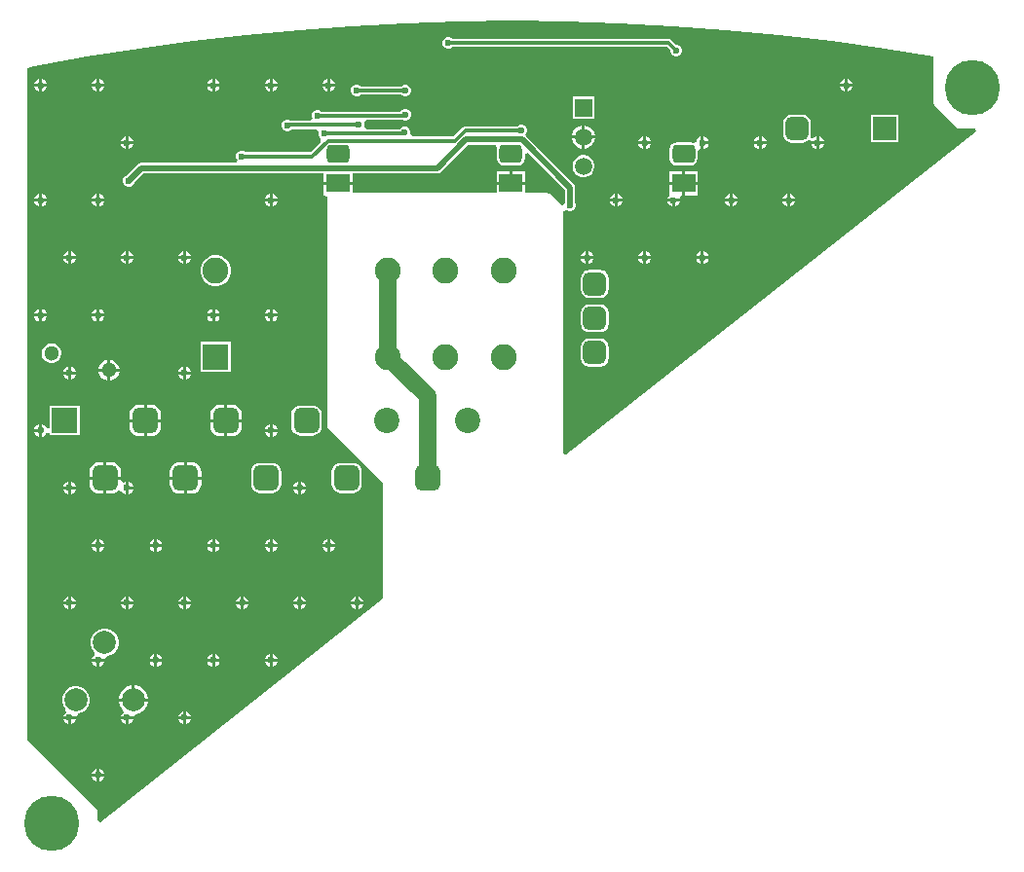
<source format=gbl>
G04*
G04 #@! TF.GenerationSoftware,Altium Limited,Altium Designer,24.10.1 (45)*
G04*
G04 Layer_Physical_Order=2*
G04 Layer_Color=16711680*
%FSLAX43Y43*%
%MOMM*%
G71*
G04*
G04 #@! TF.SameCoordinates,DA216BA7-6C9C-4F93-A9C1-4DB8622052F4*
G04*
G04*
G04 #@! TF.FilePolarity,Positive*
G04*
G01*
G75*
%ADD10C,0.300*%
%ADD17C,0.500*%
%ADD22R,2.000X2.000*%
%ADD61C,1.500*%
%ADD62R,2.000X1.600*%
G04:AMPARAMS|DCode=63|XSize=2mm|YSize=1.6mm|CornerRadius=0.4mm|HoleSize=0mm|Usage=FLASHONLY|Rotation=0.000|XOffset=0mm|YOffset=0mm|HoleType=Round|Shape=RoundedRectangle|*
%AMROUNDEDRECTD63*
21,1,2.000,0.800,0,0,0.0*
21,1,1.200,1.600,0,0,0.0*
1,1,0.800,0.600,-0.400*
1,1,0.800,-0.600,-0.400*
1,1,0.800,-0.600,0.400*
1,1,0.800,0.600,0.400*
%
%ADD63ROUNDEDRECTD63*%
%ADD64C,1.500*%
%ADD65R,1.500X1.500*%
%ADD66C,1.300*%
%ADD67C,4.800*%
%ADD68R,2.250X2.250*%
%ADD69C,2.250*%
%ADD70C,2.200*%
G04:AMPARAMS|DCode=71|XSize=2.2mm|YSize=2.2mm|CornerRadius=0.55mm|HoleSize=0mm|Usage=FLASHONLY|Rotation=90.000|XOffset=0mm|YOffset=0mm|HoleType=Round|Shape=RoundedRectangle|*
%AMROUNDEDRECTD71*
21,1,2.200,1.100,0,0,90.0*
21,1,1.100,2.200,0,0,90.0*
1,1,1.100,0.550,0.550*
1,1,1.100,0.550,-0.550*
1,1,1.100,-0.550,-0.550*
1,1,1.100,-0.550,0.550*
%
%ADD71ROUNDEDRECTD71*%
%ADD72R,2.200X2.200*%
%ADD73C,2.000*%
G04:AMPARAMS|DCode=74|XSize=2mm|YSize=2mm|CornerRadius=0.5mm|HoleSize=0mm|Usage=FLASHONLY|Rotation=180.000|XOffset=0mm|YOffset=0mm|HoleType=Round|Shape=RoundedRectangle|*
%AMROUNDEDRECTD74*
21,1,2.000,1.000,0,0,180.0*
21,1,1.000,2.000,0,0,180.0*
1,1,1.000,-0.500,0.500*
1,1,1.000,0.500,0.500*
1,1,1.000,0.500,-0.500*
1,1,1.000,-0.500,-0.500*
%
%ADD74ROUNDEDRECTD74*%
%ADD75C,0.600*%
G36*
X100620Y115577D02*
X105261Y115429D01*
X109897Y115183D01*
X114528Y114838D01*
X119150Y114396D01*
X123762Y113855D01*
X128361Y113216D01*
X132604Y112535D01*
Y108436D01*
X132631Y108299D01*
X132709Y108183D01*
X134560Y106332D01*
X134676Y106255D01*
X134812Y106228D01*
X136177D01*
X136260Y105988D01*
X100658Y77896D01*
X100430Y78006D01*
Y99079D01*
X100684Y99185D01*
X100702Y99166D01*
X100886Y99090D01*
X101085D01*
X101269Y99166D01*
X101409Y99307D01*
X101485Y99491D01*
Y99689D01*
X101444Y99789D01*
Y101121D01*
X101409Y101297D01*
X101310Y101446D01*
X97136Y105619D01*
X97124Y105741D01*
X97193Y105809D01*
X97269Y105993D01*
Y106192D01*
X97193Y106376D01*
X97052Y106516D01*
X96868Y106592D01*
X96670D01*
X96486Y106516D01*
X96419Y106449D01*
X91885D01*
X91748Y106422D01*
X91633Y106345D01*
X90840Y105552D01*
X87296D01*
X87127Y105806D01*
X87134Y105825D01*
Y106023D01*
X87058Y106207D01*
X86918Y106348D01*
X86734Y106424D01*
X86535D01*
X86351Y106348D01*
X86211Y106207D01*
X86193Y106164D01*
X83265D01*
X83119Y106418D01*
X83147Y106485D01*
Y106684D01*
X83115Y106761D01*
X83249Y107004D01*
X83263Y107015D01*
X86485D01*
X86586Y106973D01*
X86785D01*
X86968Y107050D01*
X87109Y107190D01*
X87185Y107374D01*
Y107573D01*
X87109Y107757D01*
X86968Y107897D01*
X86785Y107973D01*
X86586D01*
X86402Y107897D01*
X86261Y107757D01*
X86250Y107729D01*
X79415D01*
X79348Y107796D01*
X79165Y107872D01*
X78966D01*
X78782Y107796D01*
X78641Y107655D01*
X78565Y107471D01*
Y107272D01*
X78608Y107170D01*
X78503Y106957D01*
X78459Y106916D01*
X76748D01*
X76707Y106957D01*
X76523Y107034D01*
X76324D01*
X76140Y106957D01*
X76000Y106817D01*
X75924Y106633D01*
Y106434D01*
X76000Y106250D01*
X76140Y106110D01*
X76324Y106034D01*
X76523D01*
X76707Y106110D01*
X76799Y106202D01*
X78970D01*
X79131Y105948D01*
X79114Y105907D01*
Y105708D01*
X79190Y105524D01*
X79330Y105383D01*
X79350Y105100D01*
X78438Y104189D01*
X72837D01*
X72770Y104256D01*
X72586Y104332D01*
X72387D01*
X72203Y104256D01*
X72063Y104115D01*
X71987Y103931D01*
Y103732D01*
X72063Y103549D01*
X72104Y103508D01*
X71998Y103254D01*
X63744D01*
X63568Y103219D01*
X63420Y103119D01*
X62457Y102157D01*
X62374Y102122D01*
X62233Y101981D01*
X62157Y101798D01*
Y101599D01*
X62233Y101415D01*
X62374Y101274D01*
X62557Y101198D01*
X62756D01*
X62940Y101274D01*
X63081Y101415D01*
X63128Y101530D01*
X63934Y102336D01*
X79606D01*
Y101632D01*
X82114D01*
Y102336D01*
X89436D01*
X89612Y102371D01*
X89760Y102470D01*
X92126Y104836D01*
X94517D01*
X94675Y104582D01*
X94648Y104445D01*
Y103645D01*
X94694Y103411D01*
X94827Y103212D01*
X95025Y103080D01*
X95260Y103033D01*
X96460D01*
X96694Y103080D01*
X96892Y103212D01*
X97025Y103411D01*
X97071Y103645D01*
Y104054D01*
X97306Y104152D01*
X100527Y100931D01*
Y99789D01*
X100485Y99689D01*
Y99686D01*
X100231Y99580D01*
X99265Y100546D01*
X99157Y100619D01*
X99030Y100644D01*
X97114D01*
Y101378D01*
X94606D01*
Y100644D01*
X82114D01*
Y101378D01*
X79606D01*
Y100451D01*
X79644D01*
X79875Y100311D01*
Y80422D01*
X79900Y80295D01*
X79972Y80187D01*
X84752Y75408D01*
Y65344D01*
X60143Y45927D01*
X59915Y46038D01*
Y46844D01*
X59888Y46980D01*
X59810Y47096D01*
X53816Y53090D01*
X53816Y111519D01*
X54440Y111647D01*
X59008Y112480D01*
X63592Y113216D01*
X68191Y113855D01*
X72803Y114396D01*
X77425Y114838D01*
X82056Y115183D01*
X86693Y115429D01*
X91334Y115577D01*
X95977Y115626D01*
X100620Y115577D01*
D02*
G37*
%LPC*%
G36*
X90518Y114187D02*
X90320D01*
X90136Y114111D01*
X89995Y113970D01*
X89919Y113786D01*
Y113588D01*
X89995Y113404D01*
X90136Y113263D01*
X90320Y113187D01*
X90518D01*
X90702Y113263D01*
X90769Y113330D01*
X109432D01*
X109706Y113057D01*
Y112953D01*
X109782Y112769D01*
X109922Y112628D01*
X110106Y112552D01*
X110305D01*
X110489Y112628D01*
X110629Y112769D01*
X110706Y112953D01*
Y113151D01*
X110629Y113335D01*
X110489Y113476D01*
X110305Y113552D01*
X110220D01*
X109832Y113939D01*
X109717Y114017D01*
X109580Y114044D01*
X90769D01*
X90702Y114111D01*
X90518Y114187D01*
D02*
G37*
G36*
X125127Y110547D02*
Y110127D01*
X125547D01*
X125470Y110314D01*
X125314Y110470D01*
X125127Y110547D01*
D02*
G37*
G36*
X124873D02*
X124686Y110470D01*
X124530Y110314D01*
X124453Y110127D01*
X124873D01*
Y110547D01*
D02*
G37*
G36*
X80127D02*
Y110127D01*
X80547D01*
X80470Y110314D01*
X80314Y110470D01*
X80127Y110547D01*
D02*
G37*
G36*
X79873D02*
X79686Y110470D01*
X79530Y110314D01*
X79453Y110127D01*
X79873D01*
Y110547D01*
D02*
G37*
G36*
X75127D02*
Y110127D01*
X75547D01*
X75470Y110314D01*
X75314Y110470D01*
X75127Y110547D01*
D02*
G37*
G36*
X74873D02*
X74686Y110470D01*
X74530Y110314D01*
X74453Y110127D01*
X74873D01*
Y110547D01*
D02*
G37*
G36*
X70127D02*
Y110127D01*
X70547D01*
X70470Y110314D01*
X70314Y110470D01*
X70127Y110547D01*
D02*
G37*
G36*
X69873D02*
X69686Y110470D01*
X69530Y110314D01*
X69453Y110127D01*
X69873D01*
Y110547D01*
D02*
G37*
G36*
X60127D02*
Y110127D01*
X60547D01*
X60470Y110314D01*
X60314Y110470D01*
X60127Y110547D01*
D02*
G37*
G36*
X59873D02*
X59686Y110470D01*
X59530Y110314D01*
X59453Y110127D01*
X59873D01*
Y110547D01*
D02*
G37*
G36*
X55127D02*
Y110127D01*
X55547D01*
X55470Y110314D01*
X55314Y110470D01*
X55127Y110547D01*
D02*
G37*
G36*
X54873D02*
X54686Y110470D01*
X54530Y110314D01*
X54453Y110127D01*
X54873D01*
Y110547D01*
D02*
G37*
G36*
X80547Y109873D02*
X80127D01*
Y109453D01*
X80314Y109530D01*
X80470Y109686D01*
X80547Y109873D01*
D02*
G37*
G36*
X79873D02*
X79453D01*
X79530Y109686D01*
X79686Y109530D01*
X79873Y109453D01*
Y109873D01*
D02*
G37*
G36*
X75547D02*
X75127D01*
Y109453D01*
X75314Y109530D01*
X75470Y109686D01*
X75547Y109873D01*
D02*
G37*
G36*
X74873D02*
X74453D01*
X74530Y109686D01*
X74686Y109530D01*
X74873Y109453D01*
Y109873D01*
D02*
G37*
G36*
X70547D02*
X70127D01*
Y109453D01*
X70314Y109530D01*
X70470Y109686D01*
X70547Y109873D01*
D02*
G37*
G36*
X69873D02*
X69453D01*
X69530Y109686D01*
X69686Y109530D01*
X69873Y109453D01*
Y109873D01*
D02*
G37*
G36*
X60547D02*
X60127D01*
Y109453D01*
X60314Y109530D01*
X60470Y109686D01*
X60547Y109873D01*
D02*
G37*
G36*
X59873D02*
X59453D01*
X59530Y109686D01*
X59686Y109530D01*
X59873Y109453D01*
Y109873D01*
D02*
G37*
G36*
X55547D02*
X55127D01*
Y109453D01*
X55314Y109530D01*
X55470Y109686D01*
X55547Y109873D01*
D02*
G37*
G36*
X54873D02*
X54453D01*
X54530Y109686D01*
X54686Y109530D01*
X54873Y109453D01*
Y109873D01*
D02*
G37*
G36*
X125547D02*
X125127D01*
Y109453D01*
X125314Y109530D01*
X125470Y109686D01*
X125547Y109873D01*
D02*
G37*
G36*
X124873D02*
X124453D01*
X124530Y109686D01*
X124686Y109530D01*
X124873Y109453D01*
Y109873D01*
D02*
G37*
G36*
X82568Y110082D02*
X82369D01*
X82186Y110005D01*
X82045Y109865D01*
X81969Y109681D01*
Y109482D01*
X82045Y109298D01*
X82186Y109158D01*
X82369Y109082D01*
X82568D01*
X82752Y109158D01*
X82794Y109199D01*
X86310D01*
X86402Y109107D01*
X86586Y109031D01*
X86785D01*
X86968Y109107D01*
X87109Y109248D01*
X87185Y109431D01*
Y109630D01*
X87109Y109814D01*
X86968Y109955D01*
X86785Y110031D01*
X86586D01*
X86402Y109955D01*
X86360Y109913D01*
X82844D01*
X82752Y110005D01*
X82568Y110082D01*
D02*
G37*
G36*
X103104Y109008D02*
X101204D01*
Y107108D01*
X103104D01*
Y109008D01*
D02*
G37*
G36*
X102286Y106522D02*
X102281D01*
Y105645D01*
X103158D01*
Y105650D01*
X103089Y105905D01*
X102957Y106134D01*
X102770Y106321D01*
X102541Y106453D01*
X102286Y106522D01*
D02*
G37*
G36*
X102027D02*
X102022D01*
X101766Y106453D01*
X101537Y106321D01*
X101350Y106134D01*
X101218Y105905D01*
X101150Y105650D01*
Y105645D01*
X102027D01*
Y106522D01*
D02*
G37*
G36*
X122627Y105547D02*
Y105127D01*
X123047D01*
X122970Y105314D01*
X122814Y105470D01*
X122627Y105547D01*
D02*
G37*
G36*
X121196Y107435D02*
X120196D01*
X120013Y107411D01*
X119843Y107340D01*
X119697Y107228D01*
X119584Y107082D01*
X119514Y106912D01*
X119490Y106729D01*
Y105729D01*
X119514Y105546D01*
X119584Y105376D01*
X119697Y105230D01*
X119843Y105117D01*
X120013Y105047D01*
X120196Y105023D01*
X121196D01*
X121379Y105047D01*
X121549Y105117D01*
X121695Y105230D01*
X121734Y105281D01*
X121750Y105302D01*
X121972Y105174D01*
X121959Y105142D01*
X121953Y105127D01*
X122373D01*
Y105547D01*
X122186Y105470D01*
X122104Y105387D01*
X122075Y105358D01*
X121860Y105502D01*
X121868Y105523D01*
X121878Y105546D01*
X121902Y105729D01*
Y106729D01*
X121878Y106912D01*
X121807Y107082D01*
X121695Y107228D01*
X121549Y107340D01*
X121379Y107411D01*
X121196Y107435D01*
D02*
G37*
G36*
X117627Y105547D02*
Y105127D01*
X118047D01*
X117970Y105314D01*
X117814Y105470D01*
X117627Y105547D01*
D02*
G37*
G36*
X117373D02*
X117186Y105470D01*
X117030Y105314D01*
X116953Y105127D01*
X117373D01*
Y105547D01*
D02*
G37*
G36*
X112627D02*
Y105127D01*
X113047D01*
X112970Y105314D01*
X112814Y105470D01*
X112627Y105547D01*
D02*
G37*
G36*
X107627D02*
Y105127D01*
X108047D01*
X107970Y105314D01*
X107814Y105470D01*
X107627Y105547D01*
D02*
G37*
G36*
X107373D02*
X107186Y105470D01*
X107030Y105314D01*
X106953Y105127D01*
X107373D01*
Y105547D01*
D02*
G37*
G36*
X62627D02*
Y105127D01*
X63047D01*
X62970Y105314D01*
X62814Y105470D01*
X62627Y105547D01*
D02*
G37*
G36*
X62373D02*
X62186Y105470D01*
X62030Y105314D01*
X61953Y105127D01*
X62373D01*
Y105547D01*
D02*
G37*
G36*
X129516Y107429D02*
X127116D01*
Y105029D01*
X129516D01*
Y107429D01*
D02*
G37*
G36*
X112373Y105547D02*
X112186Y105470D01*
X112030Y105314D01*
X111958Y105139D01*
X111904Y105094D01*
X111694Y105010D01*
X111460Y105057D01*
X110260D01*
X110025Y105010D01*
X109827Y104877D01*
X109694Y104679D01*
X109648Y104445D01*
Y103645D01*
X109694Y103411D01*
X109827Y103212D01*
X110025Y103080D01*
X110260Y103033D01*
X111460D01*
X111694Y103080D01*
X111892Y103212D01*
X112025Y103411D01*
X112071Y103645D01*
Y104313D01*
X112306Y104475D01*
X112317Y104476D01*
X112373Y104453D01*
Y105000D01*
Y105547D01*
D02*
G37*
G36*
X103158Y105391D02*
X102281D01*
Y104514D01*
X102286D01*
X102541Y104582D01*
X102770Y104714D01*
X102957Y104901D01*
X103089Y105130D01*
X103158Y105385D01*
Y105391D01*
D02*
G37*
G36*
X102027D02*
X101150D01*
Y105385D01*
X101218Y105130D01*
X101350Y104901D01*
X101537Y104714D01*
X101766Y104582D01*
X102022Y104514D01*
X102027D01*
Y105391D01*
D02*
G37*
G36*
X123047Y104873D02*
X122627D01*
Y104453D01*
X122814Y104530D01*
X122970Y104686D01*
X123047Y104873D01*
D02*
G37*
G36*
X122373D02*
X121953D01*
X122030Y104686D01*
X122186Y104530D01*
X122373Y104453D01*
Y104873D01*
D02*
G37*
G36*
X118047D02*
X117627D01*
Y104453D01*
X117814Y104530D01*
X117970Y104686D01*
X118047Y104873D01*
D02*
G37*
G36*
X117373D02*
X116953D01*
X117030Y104686D01*
X117186Y104530D01*
X117373Y104453D01*
Y104873D01*
D02*
G37*
G36*
X113047D02*
X112627D01*
Y104453D01*
X112814Y104530D01*
X112970Y104686D01*
X113047Y104873D01*
D02*
G37*
G36*
X108047D02*
X107627D01*
Y104453D01*
X107814Y104530D01*
X107970Y104686D01*
X108047Y104873D01*
D02*
G37*
G36*
X107373D02*
X106953D01*
X107030Y104686D01*
X107186Y104530D01*
X107373Y104453D01*
Y104873D01*
D02*
G37*
G36*
X63047D02*
X62627D01*
Y104453D01*
X62814Y104530D01*
X62970Y104686D01*
X63047Y104873D01*
D02*
G37*
G36*
X62373D02*
X61953D01*
X62030Y104686D01*
X62186Y104530D01*
X62373Y104453D01*
Y104873D01*
D02*
G37*
G36*
X102279Y103928D02*
X102029D01*
X101787Y103863D01*
X101570Y103738D01*
X101394Y103561D01*
X101269Y103344D01*
X101204Y103103D01*
Y102853D01*
X101269Y102611D01*
X101394Y102394D01*
X101570Y102217D01*
X101787Y102092D01*
X102029Y102028D01*
X102279D01*
X102520Y102092D01*
X102737Y102217D01*
X102914Y102394D01*
X103039Y102611D01*
X103104Y102853D01*
Y103103D01*
X103039Y103344D01*
X102914Y103561D01*
X102737Y103738D01*
X102520Y103863D01*
X102279Y103928D01*
D02*
G37*
G36*
X112114Y102559D02*
X110987D01*
Y101632D01*
X112114D01*
Y102559D01*
D02*
G37*
G36*
X110733D02*
X109606D01*
Y101632D01*
X110733D01*
Y102559D01*
D02*
G37*
G36*
X97114D02*
X95987D01*
Y101632D01*
X97114D01*
Y102559D01*
D02*
G37*
G36*
X95733D02*
X94606D01*
Y101632D01*
X95733D01*
Y102559D01*
D02*
G37*
G36*
X112114Y101378D02*
X110987D01*
Y100451D01*
X112114D01*
Y101378D01*
D02*
G37*
G36*
X120127Y100547D02*
Y100127D01*
X120547D01*
X120470Y100314D01*
X120314Y100470D01*
X120127Y100547D01*
D02*
G37*
G36*
X119873D02*
X119686Y100470D01*
X119530Y100314D01*
X119453Y100127D01*
X119873D01*
Y100547D01*
D02*
G37*
G36*
X115127D02*
Y100127D01*
X115547D01*
X115470Y100314D01*
X115314Y100470D01*
X115127Y100547D01*
D02*
G37*
G36*
X114873D02*
X114686Y100470D01*
X114530Y100314D01*
X114453Y100127D01*
X114873D01*
Y100547D01*
D02*
G37*
G36*
X110733Y101378D02*
X109606D01*
Y100451D01*
X109543Y100327D01*
X109530Y100314D01*
X109453Y100127D01*
X110547D01*
X110518Y100197D01*
X110665Y100451D01*
X110733D01*
Y101378D01*
D02*
G37*
G36*
X105127Y100547D02*
Y100127D01*
X105547D01*
X105470Y100314D01*
X105314Y100470D01*
X105127Y100547D01*
D02*
G37*
G36*
X104873D02*
X104686Y100470D01*
X104530Y100314D01*
X104453Y100127D01*
X104873D01*
Y100547D01*
D02*
G37*
G36*
X75127D02*
Y100127D01*
X75547D01*
X75470Y100314D01*
X75314Y100470D01*
X75127Y100547D01*
D02*
G37*
G36*
X74873D02*
X74686Y100470D01*
X74530Y100314D01*
X74453Y100127D01*
X74873D01*
Y100547D01*
D02*
G37*
G36*
X60127D02*
Y100127D01*
X60547D01*
X60470Y100314D01*
X60314Y100470D01*
X60127Y100547D01*
D02*
G37*
G36*
X59873D02*
X59686Y100470D01*
X59530Y100314D01*
X59453Y100127D01*
X59873D01*
Y100547D01*
D02*
G37*
G36*
X55127D02*
Y100127D01*
X55547D01*
X55470Y100314D01*
X55314Y100470D01*
X55127Y100547D01*
D02*
G37*
G36*
X54873D02*
X54686Y100470D01*
X54530Y100314D01*
X54453Y100127D01*
X54873D01*
Y100547D01*
D02*
G37*
G36*
X120547Y99873D02*
X120127D01*
Y99453D01*
X120314Y99530D01*
X120470Y99686D01*
X120547Y99873D01*
D02*
G37*
G36*
X119873D02*
X119453D01*
X119530Y99686D01*
X119686Y99530D01*
X119873Y99453D01*
Y99873D01*
D02*
G37*
G36*
X115547D02*
X115127D01*
Y99453D01*
X115314Y99530D01*
X115470Y99686D01*
X115547Y99873D01*
D02*
G37*
G36*
X114873D02*
X114453D01*
X114530Y99686D01*
X114686Y99530D01*
X114873Y99453D01*
Y99873D01*
D02*
G37*
G36*
X110547D02*
X110127D01*
Y99453D01*
X110314Y99530D01*
X110470Y99686D01*
X110547Y99873D01*
D02*
G37*
G36*
X109873D02*
X109453D01*
X109530Y99686D01*
X109686Y99530D01*
X109873Y99453D01*
Y99873D01*
D02*
G37*
G36*
X105547D02*
X105127D01*
Y99453D01*
X105314Y99530D01*
X105470Y99686D01*
X105547Y99873D01*
D02*
G37*
G36*
X104873D02*
X104453D01*
X104530Y99686D01*
X104686Y99530D01*
X104873Y99453D01*
Y99873D01*
D02*
G37*
G36*
X75547D02*
X75127D01*
Y99453D01*
X75314Y99530D01*
X75470Y99686D01*
X75547Y99873D01*
D02*
G37*
G36*
X74873D02*
X74453D01*
X74530Y99686D01*
X74686Y99530D01*
X74873Y99453D01*
Y99873D01*
D02*
G37*
G36*
X60547D02*
X60127D01*
Y99453D01*
X60314Y99530D01*
X60470Y99686D01*
X60547Y99873D01*
D02*
G37*
G36*
X59873D02*
X59453D01*
X59530Y99686D01*
X59686Y99530D01*
X59873Y99453D01*
Y99873D01*
D02*
G37*
G36*
X55547D02*
X55127D01*
Y99453D01*
X55314Y99530D01*
X55470Y99686D01*
X55547Y99873D01*
D02*
G37*
G36*
X54873D02*
X54453D01*
X54530Y99686D01*
X54686Y99530D01*
X54873Y99453D01*
Y99873D01*
D02*
G37*
G36*
X112627Y95547D02*
Y95127D01*
X113047D01*
X112970Y95314D01*
X112814Y95470D01*
X112627Y95547D01*
D02*
G37*
G36*
X112373D02*
X112186Y95470D01*
X112030Y95314D01*
X111953Y95127D01*
X112373D01*
Y95547D01*
D02*
G37*
G36*
X107627D02*
Y95127D01*
X108047D01*
X107970Y95314D01*
X107814Y95470D01*
X107627Y95547D01*
D02*
G37*
G36*
X107373D02*
X107186Y95470D01*
X107030Y95314D01*
X106953Y95127D01*
X107373D01*
Y95547D01*
D02*
G37*
G36*
X102627D02*
Y95127D01*
X103047D01*
X102970Y95314D01*
X102814Y95470D01*
X102627Y95547D01*
D02*
G37*
G36*
X102373D02*
X102186Y95470D01*
X102030Y95314D01*
X101953Y95127D01*
X102373D01*
Y95547D01*
D02*
G37*
G36*
X67627D02*
Y95127D01*
X68047D01*
X67970Y95314D01*
X67814Y95470D01*
X67627Y95547D01*
D02*
G37*
G36*
X67373D02*
X67186Y95470D01*
X67030Y95314D01*
X66953Y95127D01*
X67373D01*
Y95547D01*
D02*
G37*
G36*
X62627D02*
Y95127D01*
X63047D01*
X62970Y95314D01*
X62814Y95470D01*
X62627Y95547D01*
D02*
G37*
G36*
X62373D02*
X62186Y95470D01*
X62030Y95314D01*
X61953Y95127D01*
X62373D01*
Y95547D01*
D02*
G37*
G36*
X57627D02*
Y95127D01*
X58047D01*
X57970Y95314D01*
X57814Y95470D01*
X57627Y95547D01*
D02*
G37*
G36*
X57373D02*
X57186Y95470D01*
X57030Y95314D01*
X56953Y95127D01*
X57373D01*
Y95547D01*
D02*
G37*
G36*
X113047Y94873D02*
X112627D01*
Y94453D01*
X112814Y94530D01*
X112970Y94686D01*
X113047Y94873D01*
D02*
G37*
G36*
X112373D02*
X111953D01*
X112030Y94686D01*
X112186Y94530D01*
X112373Y94453D01*
Y94873D01*
D02*
G37*
G36*
X108047D02*
X107627D01*
Y94453D01*
X107814Y94530D01*
X107970Y94686D01*
X108047Y94873D01*
D02*
G37*
G36*
X107373D02*
X106953D01*
X107030Y94686D01*
X107186Y94530D01*
X107373Y94453D01*
Y94873D01*
D02*
G37*
G36*
X103047D02*
X102627D01*
Y94453D01*
X102814Y94530D01*
X102970Y94686D01*
X103047Y94873D01*
D02*
G37*
G36*
X102373D02*
X101953D01*
X102030Y94686D01*
X102186Y94530D01*
X102373Y94453D01*
Y94873D01*
D02*
G37*
G36*
X68047D02*
X67627D01*
Y94453D01*
X67814Y94530D01*
X67970Y94686D01*
X68047Y94873D01*
D02*
G37*
G36*
X67373D02*
X66953D01*
X67030Y94686D01*
X67186Y94530D01*
X67373Y94453D01*
Y94873D01*
D02*
G37*
G36*
X63047D02*
X62627D01*
Y94453D01*
X62814Y94530D01*
X62970Y94686D01*
X63047Y94873D01*
D02*
G37*
G36*
X62373D02*
X61953D01*
X62030Y94686D01*
X62186Y94530D01*
X62373Y94453D01*
Y94873D01*
D02*
G37*
G36*
X58047D02*
X57627D01*
Y94453D01*
X57814Y94530D01*
X57970Y94686D01*
X58047Y94873D01*
D02*
G37*
G36*
X57373D02*
X56953D01*
X57030Y94686D01*
X57186Y94530D01*
X57373Y94453D01*
Y94873D01*
D02*
G37*
G36*
X70361Y95216D02*
X70012D01*
X69675Y95126D01*
X69373Y94952D01*
X69126Y94705D01*
X68952Y94403D01*
X68862Y94066D01*
Y93717D01*
X68952Y93380D01*
X69126Y93078D01*
X69373Y92831D01*
X69675Y92657D01*
X70012Y92566D01*
X70361D01*
X70698Y92657D01*
X71000Y92831D01*
X71247Y93078D01*
X71421Y93380D01*
X71512Y93717D01*
Y94066D01*
X71421Y94403D01*
X71247Y94705D01*
X71000Y94952D01*
X70698Y95126D01*
X70361Y95216D01*
D02*
G37*
G36*
X103644Y93950D02*
X102644D01*
X102462Y93926D01*
X102291Y93856D01*
X102145Y93743D01*
X102033Y93597D01*
X101962Y93427D01*
X101938Y93244D01*
Y92244D01*
X101962Y92061D01*
X102033Y91891D01*
X102145Y91745D01*
X102291Y91633D01*
X102462Y91562D01*
X102644Y91538D01*
X103644D01*
X103827Y91562D01*
X103997Y91633D01*
X104144Y91745D01*
X104256Y91891D01*
X104326Y92061D01*
X104350Y92244D01*
Y93244D01*
X104326Y93427D01*
X104256Y93597D01*
X104144Y93743D01*
X103997Y93856D01*
X103827Y93926D01*
X103644Y93950D01*
D02*
G37*
G36*
X75127Y90547D02*
Y90127D01*
X75547D01*
X75470Y90314D01*
X75314Y90470D01*
X75127Y90547D01*
D02*
G37*
G36*
X74873D02*
X74686Y90470D01*
X74530Y90314D01*
X74453Y90127D01*
X74873D01*
Y90547D01*
D02*
G37*
G36*
X70127D02*
Y90127D01*
X70547D01*
X70470Y90314D01*
X70314Y90470D01*
X70127Y90547D01*
D02*
G37*
G36*
X69873D02*
X69686Y90470D01*
X69530Y90314D01*
X69453Y90127D01*
X69873D01*
Y90547D01*
D02*
G37*
G36*
X60127D02*
Y90127D01*
X60547D01*
X60470Y90314D01*
X60314Y90470D01*
X60127Y90547D01*
D02*
G37*
G36*
X59873D02*
X59686Y90470D01*
X59530Y90314D01*
X59453Y90127D01*
X59873D01*
Y90547D01*
D02*
G37*
G36*
X55127D02*
Y90127D01*
X55547D01*
X55470Y90314D01*
X55314Y90470D01*
X55127Y90547D01*
D02*
G37*
G36*
X54873D02*
X54686Y90470D01*
X54530Y90314D01*
X54453Y90127D01*
X54873D01*
Y90547D01*
D02*
G37*
G36*
X75547Y89873D02*
X75127D01*
Y89453D01*
X75314Y89530D01*
X75470Y89686D01*
X75547Y89873D01*
D02*
G37*
G36*
X74873D02*
X74453D01*
X74530Y89686D01*
X74686Y89530D01*
X74873Y89453D01*
Y89873D01*
D02*
G37*
G36*
X70547D02*
X70127D01*
Y89453D01*
X70314Y89530D01*
X70470Y89686D01*
X70547Y89873D01*
D02*
G37*
G36*
X69873D02*
X69453D01*
X69530Y89686D01*
X69686Y89530D01*
X69873Y89453D01*
Y89873D01*
D02*
G37*
G36*
X60547D02*
X60127D01*
Y89453D01*
X60314Y89530D01*
X60470Y89686D01*
X60547Y89873D01*
D02*
G37*
G36*
X59873D02*
X59453D01*
X59530Y89686D01*
X59686Y89530D01*
X59873Y89453D01*
Y89873D01*
D02*
G37*
G36*
X55547D02*
X55127D01*
Y89453D01*
X55314Y89530D01*
X55470Y89686D01*
X55547Y89873D01*
D02*
G37*
G36*
X54873D02*
X54453D01*
X54530Y89686D01*
X54686Y89530D01*
X54873Y89453D01*
Y89873D01*
D02*
G37*
G36*
X103644Y90950D02*
X102644D01*
X102462Y90926D01*
X102291Y90856D01*
X102145Y90743D01*
X102033Y90597D01*
X101962Y90427D01*
X101938Y90244D01*
Y89244D01*
X101962Y89061D01*
X102033Y88891D01*
X102145Y88745D01*
X102291Y88633D01*
X102462Y88562D01*
X102644Y88538D01*
X103644D01*
X103827Y88562D01*
X103997Y88633D01*
X104144Y88745D01*
X104256Y88891D01*
X104326Y89061D01*
X104350Y89244D01*
Y90244D01*
X104326Y90427D01*
X104256Y90597D01*
X104144Y90743D01*
X103997Y90856D01*
X103827Y90926D01*
X103644Y90950D01*
D02*
G37*
G36*
X56042Y87573D02*
X55818D01*
X55602Y87515D01*
X55408Y87403D01*
X55249Y87245D01*
X55138Y87051D01*
X55080Y86835D01*
Y86611D01*
X55138Y86395D01*
X55249Y86201D01*
X55408Y86043D01*
X55602Y85931D01*
X55818Y85873D01*
X56042D01*
X56258Y85931D01*
X56452Y86043D01*
X56610Y86201D01*
X56722Y86395D01*
X56780Y86611D01*
Y86835D01*
X56722Y87051D01*
X56610Y87245D01*
X56452Y87403D01*
X56258Y87515D01*
X56042Y87573D01*
D02*
G37*
G36*
X103644Y87950D02*
X102644D01*
X102462Y87926D01*
X102291Y87856D01*
X102145Y87743D01*
X102033Y87597D01*
X101962Y87427D01*
X101938Y87244D01*
Y86244D01*
X101962Y86061D01*
X102033Y85891D01*
X102145Y85745D01*
X102291Y85633D01*
X102462Y85562D01*
X102644Y85538D01*
X103644D01*
X103827Y85562D01*
X103997Y85633D01*
X104144Y85745D01*
X104256Y85891D01*
X104326Y86061D01*
X104350Y86244D01*
Y87244D01*
X104326Y87427D01*
X104256Y87597D01*
X104144Y87743D01*
X103997Y87856D01*
X103827Y87926D01*
X103644Y87950D01*
D02*
G37*
G36*
X61057Y86125D02*
Y85350D01*
X61831D01*
X61772Y85572D01*
X61653Y85778D01*
X61485Y85946D01*
X61279Y86065D01*
X61057Y86125D01*
D02*
G37*
G36*
X60803D02*
X60581Y86065D01*
X60375Y85946D01*
X60206Y85778D01*
X60087Y85572D01*
X60028Y85350D01*
X60803D01*
Y86125D01*
D02*
G37*
G36*
X67627Y85547D02*
Y85127D01*
X68047D01*
X67970Y85314D01*
X67814Y85470D01*
X67627Y85547D01*
D02*
G37*
G36*
X67373D02*
X67186Y85470D01*
X67030Y85314D01*
X66953Y85127D01*
X67373D01*
Y85547D01*
D02*
G37*
G36*
X57627D02*
Y85127D01*
X58047D01*
X57970Y85314D01*
X57814Y85470D01*
X57627Y85547D01*
D02*
G37*
G36*
X57373D02*
X57186Y85470D01*
X57030Y85314D01*
X56953Y85127D01*
X57373D01*
Y85547D01*
D02*
G37*
G36*
X71512Y87716D02*
X68862D01*
Y85066D01*
X71512D01*
Y87716D01*
D02*
G37*
G36*
X68047Y84873D02*
X67627D01*
Y84453D01*
X67814Y84530D01*
X67970Y84686D01*
X68047Y84873D01*
D02*
G37*
G36*
X67373D02*
X66953D01*
X67030Y84686D01*
X67186Y84530D01*
X67373Y84453D01*
Y84873D01*
D02*
G37*
G36*
X58047D02*
X57627D01*
Y84453D01*
X57814Y84530D01*
X57970Y84686D01*
X58047Y84873D01*
D02*
G37*
G36*
X57373D02*
X56953D01*
X57030Y84686D01*
X57186Y84530D01*
X57373Y84453D01*
Y84873D01*
D02*
G37*
G36*
X61831Y85096D02*
X61057D01*
Y84321D01*
X61279Y84381D01*
X61485Y84500D01*
X61653Y84668D01*
X61772Y84874D01*
X61831Y85096D01*
D02*
G37*
G36*
X60803D02*
X60028D01*
X60087Y84874D01*
X60206Y84668D01*
X60375Y84500D01*
X60581Y84381D01*
X60803Y84321D01*
Y85096D01*
D02*
G37*
G36*
X64635Y82211D02*
X64212D01*
Y80977D01*
X65446D01*
Y81400D01*
X65418Y81610D01*
X65337Y81805D01*
X65208Y81973D01*
X65040Y82102D01*
X64844Y82183D01*
X64635Y82211D01*
D02*
G37*
G36*
X63958D02*
X63535D01*
X63325Y82183D01*
X63129Y82102D01*
X62961Y81973D01*
X62832Y81805D01*
X62751Y81610D01*
X62724Y81400D01*
Y80977D01*
X63958D01*
Y82211D01*
D02*
G37*
G36*
X71635D02*
X71212D01*
Y80977D01*
X72446D01*
Y81400D01*
X72418Y81610D01*
X72337Y81805D01*
X72208Y81973D01*
X72040Y82102D01*
X71844Y82183D01*
X71635Y82211D01*
D02*
G37*
G36*
X70958D02*
X70535D01*
X70325Y82183D01*
X70129Y82102D01*
X69961Y81973D01*
X69832Y81805D01*
X69751Y81610D01*
X69724Y81400D01*
Y80977D01*
X70958D01*
Y82211D01*
D02*
G37*
G36*
X58385Y82150D02*
X55785D01*
Y80217D01*
X55531Y80167D01*
X55470Y80314D01*
X55314Y80470D01*
X55127Y80547D01*
Y80000D01*
Y79453D01*
X55314Y79530D01*
X55470Y79686D01*
X55531Y79833D01*
X55785Y79783D01*
Y79550D01*
X58385D01*
Y82150D01*
D02*
G37*
G36*
X75127Y80547D02*
Y80127D01*
X75547D01*
X75470Y80314D01*
X75314Y80470D01*
X75127Y80547D01*
D02*
G37*
G36*
X74873D02*
X74686Y80470D01*
X74530Y80314D01*
X74453Y80127D01*
X74873D01*
Y80547D01*
D02*
G37*
G36*
X54873D02*
X54686Y80470D01*
X54530Y80314D01*
X54453Y80127D01*
X54873D01*
Y80547D01*
D02*
G37*
G36*
X78635Y82156D02*
X77535D01*
X77339Y82131D01*
X77156Y82055D01*
X77000Y81935D01*
X76879Y81778D01*
X76804Y81596D01*
X76778Y81400D01*
Y80300D01*
X76804Y80104D01*
X76879Y79922D01*
X77000Y79765D01*
X77156Y79645D01*
X77339Y79569D01*
X77535Y79543D01*
X78635D01*
X78830Y79569D01*
X79013Y79645D01*
X79170Y79765D01*
X79290Y79922D01*
X79365Y80104D01*
X79391Y80300D01*
Y81400D01*
X79365Y81596D01*
X79290Y81778D01*
X79170Y81935D01*
X79013Y82055D01*
X78830Y82131D01*
X78635Y82156D01*
D02*
G37*
G36*
X72446Y80723D02*
X71212D01*
Y79489D01*
X71635D01*
X71844Y79517D01*
X72040Y79598D01*
X72208Y79726D01*
X72337Y79894D01*
X72418Y80090D01*
X72446Y80300D01*
Y80723D01*
D02*
G37*
G36*
X70958D02*
X69724D01*
Y80300D01*
X69751Y80090D01*
X69832Y79894D01*
X69961Y79726D01*
X70129Y79598D01*
X70325Y79517D01*
X70535Y79489D01*
X70958D01*
Y80723D01*
D02*
G37*
G36*
X65446Y80723D02*
X64212D01*
Y79489D01*
X64635D01*
X64844Y79517D01*
X65040Y79598D01*
X65208Y79726D01*
X65337Y79894D01*
X65418Y80090D01*
X65446Y80300D01*
Y80723D01*
D02*
G37*
G36*
X63958D02*
X62724D01*
Y80300D01*
X62751Y80090D01*
X62832Y79894D01*
X62961Y79726D01*
X63129Y79598D01*
X63325Y79517D01*
X63535Y79489D01*
X63958D01*
Y80723D01*
D02*
G37*
G36*
X75547Y79873D02*
X75127D01*
Y79453D01*
X75314Y79530D01*
X75470Y79686D01*
X75547Y79873D01*
D02*
G37*
G36*
X74873D02*
X74453D01*
X74530Y79686D01*
X74686Y79530D01*
X74873Y79453D01*
Y79873D01*
D02*
G37*
G36*
X54873D02*
X54453D01*
X54530Y79686D01*
X54686Y79530D01*
X54873Y79453D01*
Y79873D01*
D02*
G37*
G36*
X61135Y77211D02*
X60712D01*
Y75977D01*
X61946D01*
Y76400D01*
X61918Y76610D01*
X61837Y76805D01*
X61708Y76973D01*
X61540Y77102D01*
X61344Y77183D01*
X61135Y77211D01*
D02*
G37*
G36*
X60458D02*
X60035D01*
X59825Y77183D01*
X59629Y77102D01*
X59461Y76973D01*
X59332Y76805D01*
X59251Y76610D01*
X59224Y76400D01*
Y75977D01*
X60458D01*
Y77211D01*
D02*
G37*
G36*
X68135D02*
X67712D01*
Y75977D01*
X68946D01*
Y76400D01*
X68918Y76610D01*
X68837Y76805D01*
X68708Y76973D01*
X68540Y77102D01*
X68344Y77183D01*
X68135Y77211D01*
D02*
G37*
G36*
X67458D02*
X67035D01*
X66825Y77183D01*
X66629Y77102D01*
X66461Y76973D01*
X66332Y76805D01*
X66251Y76610D01*
X66224Y76400D01*
Y75977D01*
X67458D01*
Y77211D01*
D02*
G37*
G36*
X77627Y75547D02*
Y75127D01*
X78047D01*
X77970Y75314D01*
X77814Y75470D01*
X77627Y75547D01*
D02*
G37*
G36*
X77373D02*
X77186Y75470D01*
X77030Y75314D01*
X76953Y75127D01*
X77373D01*
Y75547D01*
D02*
G37*
G36*
X62627D02*
Y75127D01*
X63047D01*
X62970Y75314D01*
X62814Y75470D01*
X62627Y75547D01*
D02*
G37*
G36*
X57627D02*
Y75127D01*
X58047D01*
X57970Y75314D01*
X57814Y75470D01*
X57627Y75547D01*
D02*
G37*
G36*
X57373D02*
X57186Y75470D01*
X57030Y75314D01*
X56953Y75127D01*
X57373D01*
Y75547D01*
D02*
G37*
G36*
X82135Y77156D02*
X81035D01*
X80839Y77131D01*
X80656Y77055D01*
X80500Y76935D01*
X80379Y76778D01*
X80304Y76596D01*
X80278Y76400D01*
Y75300D01*
X80304Y75104D01*
X80379Y74922D01*
X80500Y74765D01*
X80656Y74645D01*
X80839Y74569D01*
X81035Y74543D01*
X82135D01*
X82330Y74569D01*
X82513Y74645D01*
X82670Y74765D01*
X82790Y74922D01*
X82865Y75104D01*
X82891Y75300D01*
Y76400D01*
X82865Y76596D01*
X82790Y76778D01*
X82670Y76935D01*
X82513Y77055D01*
X82330Y77131D01*
X82135Y77156D01*
D02*
G37*
G36*
X75135D02*
X74035D01*
X73839Y77131D01*
X73656Y77055D01*
X73500Y76935D01*
X73379Y76778D01*
X73304Y76596D01*
X73278Y76400D01*
Y75300D01*
X73304Y75104D01*
X73379Y74922D01*
X73500Y74765D01*
X73656Y74645D01*
X73839Y74569D01*
X74035Y74543D01*
X75135D01*
X75330Y74569D01*
X75513Y74645D01*
X75670Y74765D01*
X75790Y74922D01*
X75865Y75104D01*
X75891Y75300D01*
Y76400D01*
X75865Y76596D01*
X75790Y76778D01*
X75670Y76935D01*
X75513Y77055D01*
X75330Y77131D01*
X75135Y77156D01*
D02*
G37*
G36*
X68946Y75723D02*
X67712D01*
Y74489D01*
X68135D01*
X68344Y74517D01*
X68540Y74598D01*
X68708Y74726D01*
X68837Y74894D01*
X68918Y75090D01*
X68946Y75300D01*
Y75723D01*
D02*
G37*
G36*
X67458D02*
X66224D01*
Y75300D01*
X66251Y75090D01*
X66332Y74894D01*
X66461Y74726D01*
X66629Y74598D01*
X66825Y74517D01*
X67035Y74489D01*
X67458D01*
Y75723D01*
D02*
G37*
G36*
X60458Y75723D02*
X59224D01*
Y75300D01*
X59251Y75090D01*
X59332Y74894D01*
X59461Y74726D01*
X59629Y74598D01*
X59825Y74517D01*
X60035Y74489D01*
X60458D01*
Y75723D01*
D02*
G37*
G36*
X78047Y74873D02*
X77627D01*
Y74453D01*
X77814Y74530D01*
X77970Y74686D01*
X78047Y74873D01*
D02*
G37*
G36*
X77373D02*
X76953D01*
X77030Y74686D01*
X77186Y74530D01*
X77373Y74453D01*
Y74873D01*
D02*
G37*
G36*
X63047D02*
X62627D01*
Y74453D01*
X62814Y74530D01*
X62970Y74686D01*
X63047Y74873D01*
D02*
G37*
G36*
X61946Y75723D02*
X60712D01*
Y74489D01*
X61135D01*
X61344Y74517D01*
X61540Y74598D01*
X61708Y74726D01*
X61728Y74752D01*
X62019Y74714D01*
X62030Y74686D01*
X62186Y74530D01*
X62373Y74453D01*
Y75000D01*
Y75547D01*
X62186Y75470D01*
X61946Y75588D01*
Y75723D01*
D02*
G37*
G36*
X58047Y74873D02*
X57627D01*
Y74453D01*
X57814Y74530D01*
X57970Y74686D01*
X58047Y74873D01*
D02*
G37*
G36*
X57373D02*
X56953D01*
X57030Y74686D01*
X57186Y74530D01*
X57373Y74453D01*
Y74873D01*
D02*
G37*
G36*
X80127Y70547D02*
Y70127D01*
X80547D01*
X80470Y70314D01*
X80314Y70470D01*
X80127Y70547D01*
D02*
G37*
G36*
X79873D02*
X79686Y70470D01*
X79530Y70314D01*
X79453Y70127D01*
X79873D01*
Y70547D01*
D02*
G37*
G36*
X75127D02*
Y70127D01*
X75547D01*
X75470Y70314D01*
X75314Y70470D01*
X75127Y70547D01*
D02*
G37*
G36*
X74873D02*
X74686Y70470D01*
X74530Y70314D01*
X74453Y70127D01*
X74873D01*
Y70547D01*
D02*
G37*
G36*
X70127D02*
Y70127D01*
X70547D01*
X70470Y70314D01*
X70314Y70470D01*
X70127Y70547D01*
D02*
G37*
G36*
X69873D02*
X69686Y70470D01*
X69530Y70314D01*
X69453Y70127D01*
X69873D01*
Y70547D01*
D02*
G37*
G36*
X65127D02*
Y70127D01*
X65547D01*
X65470Y70314D01*
X65314Y70470D01*
X65127Y70547D01*
D02*
G37*
G36*
X64873D02*
X64686Y70470D01*
X64530Y70314D01*
X64453Y70127D01*
X64873D01*
Y70547D01*
D02*
G37*
G36*
X60127D02*
Y70127D01*
X60547D01*
X60470Y70314D01*
X60314Y70470D01*
X60127Y70547D01*
D02*
G37*
G36*
X59873D02*
X59686Y70470D01*
X59530Y70314D01*
X59453Y70127D01*
X59873D01*
Y70547D01*
D02*
G37*
G36*
X80547Y69873D02*
X80127D01*
Y69453D01*
X80314Y69530D01*
X80470Y69686D01*
X80547Y69873D01*
D02*
G37*
G36*
X79873D02*
X79453D01*
X79530Y69686D01*
X79686Y69530D01*
X79873Y69453D01*
Y69873D01*
D02*
G37*
G36*
X75547D02*
X75127D01*
Y69453D01*
X75314Y69530D01*
X75470Y69686D01*
X75547Y69873D01*
D02*
G37*
G36*
X74873D02*
X74453D01*
X74530Y69686D01*
X74686Y69530D01*
X74873Y69453D01*
Y69873D01*
D02*
G37*
G36*
X70547D02*
X70127D01*
Y69453D01*
X70314Y69530D01*
X70470Y69686D01*
X70547Y69873D01*
D02*
G37*
G36*
X69873D02*
X69453D01*
X69530Y69686D01*
X69686Y69530D01*
X69873Y69453D01*
Y69873D01*
D02*
G37*
G36*
X65547D02*
X65127D01*
Y69453D01*
X65314Y69530D01*
X65470Y69686D01*
X65547Y69873D01*
D02*
G37*
G36*
X64873D02*
X64453D01*
X64530Y69686D01*
X64686Y69530D01*
X64873Y69453D01*
Y69873D01*
D02*
G37*
G36*
X60547D02*
X60127D01*
Y69453D01*
X60314Y69530D01*
X60470Y69686D01*
X60547Y69873D01*
D02*
G37*
G36*
X59873D02*
X59453D01*
X59530Y69686D01*
X59686Y69530D01*
X59873Y69453D01*
Y69873D01*
D02*
G37*
G36*
X82627Y65547D02*
Y65127D01*
X83047D01*
X82970Y65314D01*
X82814Y65470D01*
X82627Y65547D01*
D02*
G37*
G36*
X82373D02*
X82186Y65470D01*
X82030Y65314D01*
X81953Y65127D01*
X82373D01*
Y65547D01*
D02*
G37*
G36*
X77627D02*
Y65127D01*
X78047D01*
X77970Y65314D01*
X77814Y65470D01*
X77627Y65547D01*
D02*
G37*
G36*
X77373D02*
X77186Y65470D01*
X77030Y65314D01*
X76953Y65127D01*
X77373D01*
Y65547D01*
D02*
G37*
G36*
X72627D02*
Y65127D01*
X73047D01*
X72970Y65314D01*
X72814Y65470D01*
X72627Y65547D01*
D02*
G37*
G36*
X72373D02*
X72186Y65470D01*
X72030Y65314D01*
X71953Y65127D01*
X72373D01*
Y65547D01*
D02*
G37*
G36*
X67627D02*
Y65127D01*
X68047D01*
X67970Y65314D01*
X67814Y65470D01*
X67627Y65547D01*
D02*
G37*
G36*
X67373D02*
X67186Y65470D01*
X67030Y65314D01*
X66953Y65127D01*
X67373D01*
Y65547D01*
D02*
G37*
G36*
X62627D02*
Y65127D01*
X63047D01*
X62970Y65314D01*
X62814Y65470D01*
X62627Y65547D01*
D02*
G37*
G36*
X62373D02*
X62186Y65470D01*
X62030Y65314D01*
X61953Y65127D01*
X62373D01*
Y65547D01*
D02*
G37*
G36*
X57627D02*
Y65127D01*
X58047D01*
X57970Y65314D01*
X57814Y65470D01*
X57627Y65547D01*
D02*
G37*
G36*
X57373D02*
X57186Y65470D01*
X57030Y65314D01*
X56953Y65127D01*
X57373D01*
Y65547D01*
D02*
G37*
G36*
X83047Y64873D02*
X82627D01*
Y64453D01*
X82814Y64530D01*
X82970Y64686D01*
X83047Y64873D01*
D02*
G37*
G36*
X82373D02*
X81953D01*
X82030Y64686D01*
X82186Y64530D01*
X82373Y64453D01*
Y64873D01*
D02*
G37*
G36*
X78047D02*
X77627D01*
Y64453D01*
X77814Y64530D01*
X77970Y64686D01*
X78047Y64873D01*
D02*
G37*
G36*
X77373D02*
X76953D01*
X77030Y64686D01*
X77186Y64530D01*
X77373Y64453D01*
Y64873D01*
D02*
G37*
G36*
X73047D02*
X72627D01*
Y64453D01*
X72814Y64530D01*
X72970Y64686D01*
X73047Y64873D01*
D02*
G37*
G36*
X72373D02*
X71953D01*
X72030Y64686D01*
X72186Y64530D01*
X72373Y64453D01*
Y64873D01*
D02*
G37*
G36*
X68047D02*
X67627D01*
Y64453D01*
X67814Y64530D01*
X67970Y64686D01*
X68047Y64873D01*
D02*
G37*
G36*
X67373D02*
X66953D01*
X67030Y64686D01*
X67186Y64530D01*
X67373Y64453D01*
Y64873D01*
D02*
G37*
G36*
X63047D02*
X62627D01*
Y64453D01*
X62814Y64530D01*
X62970Y64686D01*
X63047Y64873D01*
D02*
G37*
G36*
X62373D02*
X61953D01*
X62030Y64686D01*
X62186Y64530D01*
X62373Y64453D01*
Y64873D01*
D02*
G37*
G36*
X58047D02*
X57627D01*
Y64453D01*
X57814Y64530D01*
X57970Y64686D01*
X58047Y64873D01*
D02*
G37*
G36*
X57373D02*
X56953D01*
X57030Y64686D01*
X57186Y64530D01*
X57373Y64453D01*
Y64873D01*
D02*
G37*
G36*
X75127Y60547D02*
Y60127D01*
X75547D01*
X75470Y60314D01*
X75314Y60470D01*
X75127Y60547D01*
D02*
G37*
G36*
X74873D02*
X74686Y60470D01*
X74530Y60314D01*
X74453Y60127D01*
X74873D01*
Y60547D01*
D02*
G37*
G36*
X70127D02*
Y60127D01*
X70547D01*
X70470Y60314D01*
X70314Y60470D01*
X70127Y60547D01*
D02*
G37*
G36*
X69873D02*
X69686Y60470D01*
X69530Y60314D01*
X69453Y60127D01*
X69873D01*
Y60547D01*
D02*
G37*
G36*
X65127D02*
Y60127D01*
X65547D01*
X65470Y60314D01*
X65314Y60470D01*
X65127Y60547D01*
D02*
G37*
G36*
X64873D02*
X64686Y60470D01*
X64530Y60314D01*
X64453Y60127D01*
X64873D01*
Y60547D01*
D02*
G37*
G36*
X60707Y62736D02*
X60391D01*
X60085Y62654D01*
X59812Y62496D01*
X59588Y62272D01*
X59430Y61999D01*
X59349Y61694D01*
Y61378D01*
X59430Y61072D01*
X59588Y60799D01*
X59655Y60732D01*
X59686Y60470D01*
X59530Y60314D01*
X59453Y60127D01*
X60565D01*
X60692Y60315D01*
X60733Y60343D01*
X61012Y60417D01*
X61285Y60575D01*
X61509Y60799D01*
X61667Y61072D01*
X61749Y61378D01*
Y61694D01*
X61667Y61999D01*
X61509Y62272D01*
X61285Y62496D01*
X61012Y62654D01*
X60707Y62736D01*
D02*
G37*
G36*
X75547Y59873D02*
X75127D01*
Y59453D01*
X75314Y59530D01*
X75470Y59686D01*
X75547Y59873D01*
D02*
G37*
G36*
X74873D02*
X74453D01*
X74530Y59686D01*
X74686Y59530D01*
X74873Y59453D01*
Y59873D01*
D02*
G37*
G36*
X70547D02*
X70127D01*
Y59453D01*
X70314Y59530D01*
X70470Y59686D01*
X70547Y59873D01*
D02*
G37*
G36*
X69873D02*
X69453D01*
X69530Y59686D01*
X69686Y59530D01*
X69873Y59453D01*
Y59873D01*
D02*
G37*
G36*
X65547D02*
X65127D01*
Y59453D01*
X65314Y59530D01*
X65470Y59686D01*
X65547Y59873D01*
D02*
G37*
G36*
X64873D02*
X64453D01*
X64530Y59686D01*
X64686Y59530D01*
X64873Y59453D01*
Y59873D01*
D02*
G37*
G36*
X60547D02*
X60127D01*
Y59453D01*
X60314Y59530D01*
X60470Y59686D01*
X60547Y59873D01*
D02*
G37*
G36*
X59873D02*
X59453D01*
X59530Y59686D01*
X59686Y59530D01*
X59873Y59453D01*
Y59873D01*
D02*
G37*
G36*
X63214Y57790D02*
X63176D01*
Y56663D01*
X64303D01*
Y56701D01*
X64217Y57020D01*
X64052Y57306D01*
X63819Y57539D01*
X63533Y57704D01*
X63214Y57790D01*
D02*
G37*
G36*
X62922D02*
X62884D01*
X62565Y57704D01*
X62279Y57539D01*
X62045Y57306D01*
X61880Y57020D01*
X61795Y56701D01*
Y56663D01*
X62922D01*
Y57790D01*
D02*
G37*
G36*
X67627Y55547D02*
Y55127D01*
X68047D01*
X67970Y55314D01*
X67814Y55470D01*
X67627Y55547D01*
D02*
G37*
G36*
X67373D02*
X67186Y55470D01*
X67030Y55314D01*
X66953Y55127D01*
X67373D01*
Y55547D01*
D02*
G37*
G36*
X64303Y56409D02*
X63049D01*
X61795D01*
Y56370D01*
X61880Y56052D01*
X62045Y55766D01*
X62101Y55709D01*
X62186Y55470D01*
X62030Y55314D01*
X61953Y55127D01*
X63072D01*
X63254Y55292D01*
X63533Y55367D01*
X63819Y55532D01*
X64052Y55766D01*
X64217Y56052D01*
X64303Y56370D01*
Y56409D01*
D02*
G37*
G36*
X58207Y57736D02*
X57891D01*
X57585Y57654D01*
X57312Y57496D01*
X57088Y57272D01*
X56930Y56999D01*
X56849Y56694D01*
Y56378D01*
X56930Y56072D01*
X57088Y55799D01*
X57155Y55732D01*
X57186Y55470D01*
X57030Y55314D01*
X56953Y55127D01*
X58065D01*
X58192Y55315D01*
X58233Y55343D01*
X58512Y55417D01*
X58785Y55575D01*
X59009Y55799D01*
X59167Y56072D01*
X59249Y56378D01*
Y56694D01*
X59167Y56999D01*
X59009Y57272D01*
X58785Y57496D01*
X58512Y57654D01*
X58207Y57736D01*
D02*
G37*
G36*
X68047Y54873D02*
X67627D01*
Y54453D01*
X67814Y54530D01*
X67970Y54686D01*
X68047Y54873D01*
D02*
G37*
G36*
X67373D02*
X66953D01*
X67030Y54686D01*
X67186Y54530D01*
X67373Y54453D01*
Y54873D01*
D02*
G37*
G36*
X63047D02*
X62627D01*
Y54453D01*
X62814Y54530D01*
X62970Y54686D01*
X63047Y54873D01*
D02*
G37*
G36*
X62373D02*
X61953D01*
X62030Y54686D01*
X62186Y54530D01*
X62373Y54453D01*
Y54873D01*
D02*
G37*
G36*
X58047D02*
X57627D01*
Y54453D01*
X57814Y54530D01*
X57970Y54686D01*
X58047Y54873D01*
D02*
G37*
G36*
X57373D02*
X56953D01*
X57030Y54686D01*
X57186Y54530D01*
X57373Y54453D01*
Y54873D01*
D02*
G37*
G36*
X60127Y50547D02*
Y50127D01*
X60547D01*
X60470Y50314D01*
X60314Y50470D01*
X60127Y50547D01*
D02*
G37*
G36*
X59873D02*
X59686Y50470D01*
X59530Y50314D01*
X59453Y50127D01*
X59873D01*
Y50547D01*
D02*
G37*
G36*
X60547Y49873D02*
X60127D01*
Y49453D01*
X60314Y49530D01*
X60470Y49686D01*
X60547Y49873D01*
D02*
G37*
G36*
X59873D02*
X59453D01*
X59530Y49686D01*
X59686Y49530D01*
X59873Y49453D01*
Y49873D01*
D02*
G37*
%LPD*%
D10*
X91885Y106092D02*
X96769D01*
X90419Y113687D02*
X109580D01*
X110206Y113061D01*
X79949Y105195D02*
X90987D01*
X91885Y106092D01*
X78586Y103832D02*
X79949Y105195D01*
X72487Y103832D02*
X78586D01*
X86437Y105807D02*
X86553Y105924D01*
X86634D01*
X79614Y105807D02*
X86437D01*
X76449Y106559D02*
X82621D01*
X76424Y106534D02*
X76449Y106559D01*
X82621D02*
X82647Y106584D01*
X79065Y107372D02*
X86502D01*
X86604Y107473D01*
X86685D01*
X82494Y109556D02*
X86660D01*
X86685Y109531D01*
X82469Y109582D02*
X82494Y109556D01*
D17*
X62657Y101708D02*
X63744Y102795D01*
X89436D01*
X91936Y105295D01*
X96812D02*
X100985Y101121D01*
Y99590D02*
Y101121D01*
X91936Y105295D02*
X96812D01*
D22*
X128316Y106229D02*
D03*
D61*
X88585Y75850D02*
Y82993D01*
X85187Y86391D02*
X88585Y82993D01*
X85187Y86391D02*
Y93891D01*
D62*
X80860Y101505D02*
D03*
X95860D02*
D03*
X110860D02*
D03*
D63*
X80860Y104045D02*
D03*
X95860D02*
D03*
X110860D02*
D03*
D64*
X102154Y102978D02*
D03*
Y105518D02*
D03*
D65*
Y108058D02*
D03*
D66*
X60930Y85223D02*
D03*
X55930Y86723D02*
D03*
D67*
X55977Y45777D02*
D03*
X135977Y109777D02*
D03*
D68*
X70187Y86391D02*
D03*
D69*
X85187D02*
D03*
X90187D02*
D03*
X95187D02*
D03*
Y93891D02*
D03*
X90187D02*
D03*
X85187D02*
D03*
X70187D02*
D03*
D70*
X85085Y80850D02*
D03*
X92085D02*
D03*
D71*
X88585Y75850D02*
D03*
X74585D02*
D03*
X78085Y80850D02*
D03*
X81585Y75850D02*
D03*
X71085Y80850D02*
D03*
X67585Y75850D02*
D03*
X64085Y80850D02*
D03*
X60585Y75850D02*
D03*
D72*
X57085Y80850D02*
D03*
D73*
X58049Y56536D02*
D03*
X63049D02*
D03*
X60549Y61536D02*
D03*
D74*
X120696Y106229D02*
D03*
X103144Y86744D02*
D03*
Y89744D02*
D03*
Y92744D02*
D03*
D75*
X125000Y110000D02*
D03*
X122500Y105000D02*
D03*
X120000Y100000D02*
D03*
X117500Y105000D02*
D03*
X115000Y100000D02*
D03*
X112500Y105000D02*
D03*
X110000Y100000D02*
D03*
X112500Y95000D02*
D03*
X107500Y105000D02*
D03*
X105000Y100000D02*
D03*
X107500Y95000D02*
D03*
X102500D02*
D03*
X80000Y110000D02*
D03*
Y70000D02*
D03*
X82500Y65000D02*
D03*
X75000Y110000D02*
D03*
Y100000D02*
D03*
Y90000D02*
D03*
Y80000D02*
D03*
X77500Y75000D02*
D03*
X75000Y70000D02*
D03*
X77500Y65000D02*
D03*
X75000Y60000D02*
D03*
X70000Y110000D02*
D03*
Y90000D02*
D03*
Y70000D02*
D03*
X72500Y65000D02*
D03*
X70000Y60000D02*
D03*
X67500Y95000D02*
D03*
Y85000D02*
D03*
X65000Y70000D02*
D03*
X67500Y65000D02*
D03*
X65000Y60000D02*
D03*
X67500Y55000D02*
D03*
X60000Y110000D02*
D03*
X62500Y105000D02*
D03*
X60000Y100000D02*
D03*
X62500Y95000D02*
D03*
X60000Y90000D02*
D03*
X62500Y75000D02*
D03*
X60000Y70000D02*
D03*
X62500Y65000D02*
D03*
X60000Y60000D02*
D03*
X62500Y55000D02*
D03*
X60000Y50000D02*
D03*
X55000Y110000D02*
D03*
Y100000D02*
D03*
X57500Y95000D02*
D03*
X55000Y90000D02*
D03*
X57500Y85000D02*
D03*
X55000Y80000D02*
D03*
X57500Y75000D02*
D03*
Y65000D02*
D03*
Y55000D02*
D03*
X62657Y101698D02*
D03*
X100985Y99590D02*
D03*
X96769Y106092D02*
D03*
X110206Y113052D02*
D03*
X90419Y113687D02*
D03*
X72487Y103832D02*
D03*
X86634Y105924D02*
D03*
X86685Y107473D02*
D03*
Y109531D02*
D03*
X82469Y109582D02*
D03*
X79614Y105807D02*
D03*
X82647Y106584D02*
D03*
X79065Y107372D02*
D03*
X76424Y106534D02*
D03*
M02*

</source>
